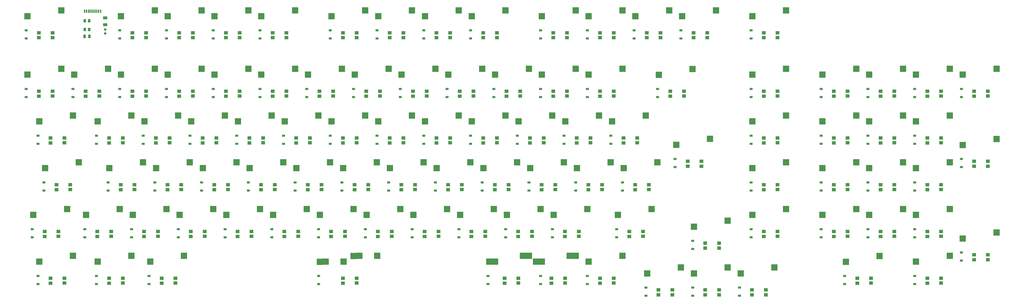
<source format=gbr>
%TF.GenerationSoftware,KiCad,Pcbnew,(6.0.4)*%
%TF.CreationDate,2022-04-19T22:35:02+02:00*%
%TF.ProjectId,pcb,7063622e-6b69-4636-9164-5f7063625858,rev?*%
%TF.SameCoordinates,Original*%
%TF.FileFunction,Paste,Bot*%
%TF.FilePolarity,Positive*%
%FSLAX46Y46*%
G04 Gerber Fmt 4.6, Leading zero omitted, Abs format (unit mm)*
G04 Created by KiCad (PCBNEW (6.0.4)) date 2022-04-19 22:35:02*
%MOMM*%
%LPD*%
G01*
G04 APERTURE LIST*
G04 Aperture macros list*
%AMRoundRect*
0 Rectangle with rounded corners*
0 $1 Rounding radius*
0 $2 $3 $4 $5 $6 $7 $8 $9 X,Y pos of 4 corners*
0 Add a 4 corners polygon primitive as box body*
4,1,4,$2,$3,$4,$5,$6,$7,$8,$9,$2,$3,0*
0 Add four circle primitives for the rounded corners*
1,1,$1+$1,$2,$3*
1,1,$1+$1,$4,$5*
1,1,$1+$1,$6,$7*
1,1,$1+$1,$8,$9*
0 Add four rect primitives between the rounded corners*
20,1,$1+$1,$2,$3,$4,$5,0*
20,1,$1+$1,$4,$5,$6,$7,0*
20,1,$1+$1,$6,$7,$8,$9,0*
20,1,$1+$1,$8,$9,$2,$3,0*%
G04 Aperture macros list end*
%ADD10R,2.550000X2.500000*%
%ADD11R,1.600000X1.400000*%
%ADD12R,1.600000X1.420000*%
%ADD13R,1.600000X1.380000*%
%ADD14R,1.200000X0.900000*%
%ADD15RoundRect,0.250000X0.625000X-0.375000X0.625000X0.375000X-0.625000X0.375000X-0.625000X-0.375000X0*%
%ADD16RoundRect,0.250000X-0.262500X-0.450000X0.262500X-0.450000X0.262500X0.450000X-0.262500X0.450000X0*%
%ADD17RoundRect,0.250000X0.250000X0.475000X-0.250000X0.475000X-0.250000X-0.475000X0.250000X-0.475000X0*%
%ADD18R,0.600000X1.450000*%
%ADD19R,0.300000X1.450000*%
%ADD20RoundRect,0.170000X0.330000X-0.255000X0.330000X0.255000X-0.330000X0.255000X-0.330000X-0.255000X0*%
G04 APERTURE END LIST*
D10*
%TO.C,MX20*%
X173771250Y-212407500D03*
X160041250Y-214827500D03*
%TD*%
D11*
%TO.C,D105*%
X105987500Y-261647500D03*
D12*
X105987500Y-259657500D03*
D11*
X100387500Y-259657500D03*
D13*
X100387500Y-261657500D03*
%TD*%
D11*
%TO.C,D173*%
X360781250Y-204497500D03*
D12*
X360781250Y-202507500D03*
D11*
X355181250Y-202507500D03*
D13*
X355181250Y-204507500D03*
%TD*%
D11*
%TO.C,D144*%
X265531250Y-180685000D03*
D12*
X265531250Y-178695000D03*
D11*
X259931250Y-178695000D03*
D13*
X259931250Y-180695000D03*
%TD*%
D10*
%TO.C,MX91*%
X449996250Y-231457500D03*
X436266250Y-233877500D03*
%TD*%
%TO.C,MX11*%
X135671250Y-269557500D03*
X121941250Y-271977500D03*
%TD*%
%TO.C,MX89*%
X449996250Y-193357500D03*
X436266250Y-195777500D03*
%TD*%
D11*
%TO.C,D138*%
X227431250Y-280697500D03*
D12*
X227431250Y-278707500D03*
D11*
X221831250Y-278707500D03*
D13*
X221831250Y-280707500D03*
%TD*%
D11*
%TO.C,D176*%
X375068750Y-266410000D03*
D12*
X375068750Y-264420000D03*
D11*
X369468750Y-264420000D03*
D13*
X369468750Y-266420000D03*
%TD*%
D10*
%TO.C,MX34*%
X221396250Y-193357500D03*
X207666250Y-195777500D03*
%TD*%
D11*
%TO.C,D155*%
X294106250Y-204497500D03*
D12*
X294106250Y-202507500D03*
D11*
X288506250Y-202507500D03*
D13*
X288506250Y-204507500D03*
%TD*%
D11*
%TO.C,D158*%
X298868750Y-261647500D03*
D12*
X298868750Y-259657500D03*
D11*
X293268750Y-259657500D03*
D13*
X293268750Y-261657500D03*
%TD*%
D10*
%TO.C,MX46*%
X269021250Y-212407500D03*
X255291250Y-214827500D03*
%TD*%
D11*
%TO.C,D150*%
X275056250Y-204497500D03*
D12*
X275056250Y-202507500D03*
D11*
X269456250Y-202507500D03*
D13*
X269456250Y-204507500D03*
%TD*%
D10*
%TO.C,MX37*%
X226158750Y-250507500D03*
X212428750Y-252927500D03*
%TD*%
D11*
%TO.C,D165*%
X312362500Y-280697500D03*
D12*
X312362500Y-278707500D03*
D11*
X306762500Y-278707500D03*
D13*
X306762500Y-280707500D03*
%TD*%
D11*
%TO.C,D151*%
X284581250Y-223547500D03*
D12*
X284581250Y-221557500D03*
D11*
X278981250Y-221557500D03*
D13*
X278981250Y-223557500D03*
%TD*%
D10*
%TO.C,MX104*%
X314265000Y-269557500D03*
X300535000Y-271977500D03*
%TD*%
%TO.C,MX70*%
X347602500Y-250507500D03*
X333872500Y-252927500D03*
%TD*%
D11*
%TO.C,D152*%
X289343750Y-242597500D03*
D12*
X289343750Y-240607500D03*
D11*
X283743750Y-240607500D03*
D13*
X283743750Y-242607500D03*
%TD*%
D11*
%TO.C,D116*%
X146468750Y-261647500D03*
D12*
X146468750Y-259657500D03*
D11*
X140868750Y-259657500D03*
D13*
X140868750Y-261657500D03*
%TD*%
D11*
%TO.C,D124*%
X179806250Y-204497500D03*
D12*
X179806250Y-202507500D03*
D11*
X174206250Y-202507500D03*
D13*
X174206250Y-204507500D03*
%TD*%
D11*
%TO.C,D139*%
X246481250Y-180685000D03*
D12*
X246481250Y-178695000D03*
D11*
X240881250Y-178695000D03*
D13*
X240881250Y-180695000D03*
%TD*%
D11*
%TO.C,D186*%
X427456250Y-242597500D03*
D12*
X427456250Y-240607500D03*
D11*
X421856250Y-240607500D03*
D13*
X421856250Y-242607500D03*
%TD*%
D11*
%TO.C,D200*%
X484606250Y-271172500D03*
D12*
X484606250Y-269182500D03*
D11*
X479006250Y-269182500D03*
D13*
X479006250Y-271182500D03*
%TD*%
D10*
%TO.C,MX18*%
X164246250Y-169545000D03*
X150516250Y-171965000D03*
%TD*%
D11*
%TO.C,D120*%
X170281250Y-223547500D03*
D12*
X170281250Y-221557500D03*
D11*
X164681250Y-221557500D03*
D13*
X164681250Y-223557500D03*
%TD*%
D11*
%TO.C,D196*%
X465556250Y-242597500D03*
D12*
X465556250Y-240607500D03*
D11*
X459956250Y-240607500D03*
D13*
X459956250Y-242607500D03*
%TD*%
D10*
%TO.C,MX55*%
X297596250Y-193357500D03*
X283866250Y-195777500D03*
%TD*%
%TO.C,MX13*%
X145196250Y-193357500D03*
X131466250Y-195777500D03*
%TD*%
D11*
%TO.C,D149*%
X284581250Y-180685000D03*
D12*
X284581250Y-178695000D03*
D11*
X278981250Y-178695000D03*
D13*
X278981250Y-180695000D03*
%TD*%
D10*
%TO.C,MX45*%
X259496250Y-193357500D03*
X245766250Y-195777500D03*
%TD*%
%TO.C,MX75*%
X359508750Y-274320000D03*
X345778750Y-276740000D03*
%TD*%
D11*
%TO.C,D131*%
X213143750Y-242597500D03*
D12*
X213143750Y-240607500D03*
D11*
X207543750Y-240607500D03*
D13*
X207543750Y-242607500D03*
%TD*%
D11*
%TO.C,D188*%
X436981250Y-280697500D03*
D12*
X436981250Y-278707500D03*
D11*
X431381250Y-278707500D03*
D13*
X431381250Y-280707500D03*
%TD*%
D10*
%TO.C,MX40*%
X240446250Y-193357500D03*
X226716250Y-195777500D03*
%TD*%
%TO.C,MX44*%
X269021250Y-169545000D03*
X255291250Y-171965000D03*
%TD*%
D11*
%TO.C,D164*%
X317918750Y-261647500D03*
D12*
X317918750Y-259657500D03*
D11*
X312318750Y-259657500D03*
D13*
X312318750Y-261657500D03*
%TD*%
D11*
%TO.C,D166*%
X351256250Y-180685000D03*
D12*
X351256250Y-178695000D03*
D11*
X345656250Y-178695000D03*
D13*
X345656250Y-180695000D03*
%TD*%
D10*
%TO.C,MX67*%
X335696250Y-193357500D03*
X321966250Y-195777500D03*
%TD*%
D11*
%TO.C,D192*%
X446506250Y-261647500D03*
D12*
X446506250Y-259657500D03*
D11*
X440906250Y-259657500D03*
D13*
X440906250Y-261657500D03*
%TD*%
D11*
%TO.C,D123*%
X179806250Y-180685000D03*
D12*
X179806250Y-178695000D03*
D11*
X174206250Y-178695000D03*
D13*
X174206250Y-180695000D03*
%TD*%
D11*
%TO.C,D171*%
X332206250Y-280697500D03*
D12*
X332206250Y-278707500D03*
D11*
X326606250Y-278707500D03*
D13*
X326606250Y-280707500D03*
%TD*%
D11*
%TO.C,D117*%
X153612500Y-280697500D03*
D12*
X153612500Y-278707500D03*
D11*
X148012500Y-278707500D03*
D13*
X148012500Y-280707500D03*
%TD*%
D10*
%TO.C,MX48*%
X264258750Y-250507500D03*
X250528750Y-252927500D03*
%TD*%
D11*
%TO.C,D108*%
X132181250Y-223547500D03*
D12*
X132181250Y-221557500D03*
D11*
X126581250Y-221557500D03*
D13*
X126581250Y-223557500D03*
%TD*%
D11*
%TO.C,D174*%
X367925000Y-233072500D03*
D12*
X367925000Y-231082500D03*
D11*
X362325000Y-231082500D03*
D13*
X362325000Y-233082500D03*
%TD*%
D10*
%TO.C,MX92*%
X449996250Y-250507500D03*
X436266250Y-252927500D03*
%TD*%
D11*
%TO.C,D157*%
X308393750Y-242597500D03*
D12*
X308393750Y-240607500D03*
D11*
X302793750Y-240607500D03*
D13*
X302793750Y-242607500D03*
%TD*%
D10*
%TO.C,MX68*%
X345221250Y-212407500D03*
X331491250Y-214827500D03*
%TD*%
%TO.C,MX81*%
X402371250Y-212407500D03*
X388641250Y-214827500D03*
%TD*%
%TO.C,MX98*%
X488096250Y-193357500D03*
X474366250Y-195777500D03*
%TD*%
%TO.C,MX21*%
X178533750Y-231457500D03*
X164803750Y-233877500D03*
%TD*%
D11*
%TO.C,D154*%
X313156250Y-180685000D03*
D12*
X313156250Y-178695000D03*
D11*
X307556250Y-178695000D03*
D13*
X307556250Y-180695000D03*
%TD*%
D10*
%TO.C,MX62*%
X326171250Y-212407500D03*
X312441250Y-214827500D03*
%TD*%
D11*
%TO.C,D121*%
X175043750Y-242597500D03*
D12*
X175043750Y-240607500D03*
D11*
X169443750Y-240607500D03*
D13*
X169443750Y-242607500D03*
%TD*%
D10*
%TO.C,MX31*%
X216633750Y-231457500D03*
X202903750Y-233877500D03*
%TD*%
D11*
%TO.C,D111*%
X132181250Y-280697500D03*
D12*
X132181250Y-278707500D03*
D11*
X126581250Y-278707500D03*
D13*
X126581250Y-280707500D03*
%TD*%
D11*
%TO.C,D132*%
X203618750Y-261647500D03*
D12*
X203618750Y-259657500D03*
D11*
X198018750Y-259657500D03*
D13*
X198018750Y-261657500D03*
%TD*%
D10*
%TO.C,MX69*%
X349983750Y-231457500D03*
X336253750Y-233877500D03*
%TD*%
D11*
%TO.C,D101*%
X103606250Y-180685000D03*
D12*
X103606250Y-178695000D03*
D11*
X98006250Y-178695000D03*
D13*
X98006250Y-180695000D03*
%TD*%
D10*
%TO.C,MX100*%
X488096250Y-260098639D03*
X474366250Y-262518639D03*
%TD*%
D11*
%TO.C,D167*%
X332206250Y-204497500D03*
D12*
X332206250Y-202507500D03*
D11*
X326606250Y-202507500D03*
D13*
X326606250Y-204507500D03*
%TD*%
D11*
%TO.C,D118*%
X160756250Y-180685000D03*
D12*
X160756250Y-178695000D03*
D11*
X155156250Y-178695000D03*
D13*
X155156250Y-180695000D03*
%TD*%
D10*
%TO.C,MX33*%
X230921250Y-169545000D03*
X217191250Y-171965000D03*
%TD*%
%TO.C,MX23*%
X183296250Y-169545000D03*
X169566250Y-171965000D03*
%TD*%
%TO.C,MX73*%
X364271250Y-193423639D03*
X350541250Y-195843639D03*
%TD*%
%TO.C,MX57*%
X311883750Y-231457500D03*
X298153750Y-233877500D03*
%TD*%
%TO.C,MX41*%
X249971250Y-212407500D03*
X236241250Y-214827500D03*
%TD*%
%TO.C,MX43*%
X245208750Y-250507500D03*
X231478750Y-252927500D03*
%TD*%
D11*
%TO.C,D183*%
X398881250Y-261647500D03*
D12*
X398881250Y-259657500D03*
D11*
X393281250Y-259657500D03*
D13*
X393281250Y-261657500D03*
%TD*%
D11*
%TO.C,D185*%
X427456250Y-223547500D03*
D12*
X427456250Y-221557500D03*
D11*
X421856250Y-221557500D03*
D13*
X421856250Y-223557500D03*
%TD*%
D11*
%TO.C,D194*%
X465556250Y-204497500D03*
D12*
X465556250Y-202507500D03*
D11*
X459956250Y-202507500D03*
D13*
X459956250Y-204507500D03*
%TD*%
D11*
%TO.C,D106*%
X108368750Y-280697500D03*
D12*
X108368750Y-278707500D03*
D11*
X102768750Y-278707500D03*
D13*
X102768750Y-280707500D03*
%TD*%
D11*
%TO.C,D112*%
X141706250Y-180685000D03*
D12*
X141706250Y-178695000D03*
D11*
X136106250Y-178695000D03*
D13*
X136106250Y-180695000D03*
%TD*%
D10*
%TO.C,MX74*%
X371415000Y-221932500D03*
X357685000Y-224352500D03*
%TD*%
%TO.C,MX76*%
X378558750Y-255270000D03*
X364828750Y-257690000D03*
%TD*%
%TO.C,MX96*%
X469046250Y-231457500D03*
X455316250Y-233877500D03*
%TD*%
%TO.C,MX9*%
X140433750Y-231457500D03*
X126703750Y-233877500D03*
%TD*%
%TO.C,MX27*%
X188058750Y-250507500D03*
X174328750Y-252927500D03*
%TD*%
%TO.C,MX22*%
X169008750Y-250507500D03*
X155278750Y-252927500D03*
%TD*%
%TO.C,MX60*%
X335696250Y-169545000D03*
X321966250Y-171965000D03*
%TD*%
D11*
%TO.C,D180*%
X398881250Y-204497500D03*
D12*
X398881250Y-202507500D03*
D11*
X393281250Y-202507500D03*
D13*
X393281250Y-204507500D03*
%TD*%
D11*
%TO.C,D170*%
X344112500Y-261647500D03*
D12*
X344112500Y-259657500D03*
D11*
X338512500Y-259657500D03*
D13*
X338512500Y-261657500D03*
%TD*%
D11*
%TO.C,D168*%
X341731250Y-223547500D03*
D12*
X341731250Y-221557500D03*
D11*
X336131250Y-221557500D03*
D13*
X336131250Y-223557500D03*
%TD*%
D10*
%TO.C,MX78*%
X397608750Y-274320000D03*
X383878750Y-276740000D03*
%TD*%
%TO.C,MX66*%
X354746250Y-169545000D03*
X341016250Y-171965000D03*
%TD*%
D11*
%TO.C,D172*%
X370306250Y-180685000D03*
D12*
X370306250Y-178695000D03*
D11*
X364706250Y-178695000D03*
D13*
X364706250Y-180695000D03*
%TD*%
D10*
%TO.C,MX97*%
X469046250Y-250507500D03*
X455316250Y-252927500D03*
%TD*%
%TO.C,MX71*%
X335696250Y-269557500D03*
X321966250Y-271977500D03*
%TD*%
D11*
%TO.C,D182*%
X398881250Y-242597500D03*
D12*
X398881250Y-240607500D03*
D11*
X393281250Y-240607500D03*
D13*
X393281250Y-242607500D03*
%TD*%
D10*
%TO.C,MX17*%
X157102500Y-269557500D03*
X143372500Y-271977500D03*
%TD*%
D11*
%TO.C,D136*%
X232193750Y-242597500D03*
D12*
X232193750Y-240607500D03*
D11*
X226593750Y-240607500D03*
D13*
X226593750Y-242607500D03*
%TD*%
D10*
%TO.C,MX28*%
X202346250Y-169545000D03*
X188616250Y-171965000D03*
%TD*%
%TO.C,MX102*%
X235827500Y-269557500D03*
X222097500Y-271977500D03*
%TD*%
%TO.C,MX77*%
X378558750Y-274320000D03*
X364828750Y-276740000D03*
%TD*%
%TO.C,MX95*%
X469046250Y-212407500D03*
X455316250Y-214827500D03*
%TD*%
D11*
%TO.C,D163*%
X327443750Y-242597500D03*
D12*
X327443750Y-240607500D03*
D11*
X321843750Y-240607500D03*
D13*
X321843750Y-242607500D03*
%TD*%
D11*
%TO.C,D145*%
X256006250Y-204497500D03*
D12*
X256006250Y-202507500D03*
D11*
X250406250Y-202507500D03*
D13*
X250406250Y-204507500D03*
%TD*%
D11*
%TO.C,D153*%
X279818750Y-261647500D03*
D12*
X279818750Y-259657500D03*
D11*
X274218750Y-259657500D03*
D13*
X274218750Y-261657500D03*
%TD*%
D11*
%TO.C,D146*%
X265531250Y-223547500D03*
D12*
X265531250Y-221557500D03*
D11*
X259931250Y-221557500D03*
D13*
X259931250Y-223557500D03*
%TD*%
D11*
%TO.C,D126*%
X194093750Y-242597500D03*
D12*
X194093750Y-240607500D03*
D11*
X188493750Y-240607500D03*
D13*
X188493750Y-242607500D03*
%TD*%
D11*
%TO.C,D179*%
X398881250Y-180685000D03*
D12*
X398881250Y-178695000D03*
D11*
X393281250Y-178695000D03*
D13*
X393281250Y-180695000D03*
%TD*%
D11*
%TO.C,D175*%
X356018750Y-285460000D03*
D12*
X356018750Y-283470000D03*
D11*
X350418750Y-283470000D03*
D13*
X350418750Y-285470000D03*
%TD*%
D10*
%TO.C,MX1*%
X107096250Y-169545000D03*
X93366250Y-171965000D03*
%TD*%
%TO.C,MX19*%
X164246250Y-193357500D03*
X150516250Y-195777500D03*
%TD*%
%TO.C,MX90*%
X449996250Y-212407500D03*
X436266250Y-214827500D03*
%TD*%
%TO.C,MX93*%
X469046250Y-269557500D03*
X455316250Y-271977500D03*
%TD*%
%TO.C,MX38*%
X226160315Y-269623639D03*
X212430315Y-272043639D03*
%TD*%
D11*
%TO.C,D193*%
X465556250Y-280697500D03*
D12*
X465556250Y-278707500D03*
D11*
X459956250Y-278707500D03*
D13*
X459956250Y-280707500D03*
%TD*%
D11*
%TO.C,D141*%
X246481250Y-223547500D03*
D12*
X246481250Y-221557500D03*
D11*
X240881250Y-221557500D03*
D13*
X240881250Y-223557500D03*
%TD*%
D10*
%TO.C,MX52*%
X292833750Y-231457500D03*
X279103750Y-233877500D03*
%TD*%
D11*
%TO.C,D140*%
X236956250Y-204497500D03*
D12*
X236956250Y-202507500D03*
D11*
X231356250Y-202507500D03*
D13*
X231356250Y-204507500D03*
%TD*%
D11*
%TO.C,D133*%
X227431250Y-180685000D03*
D12*
X227431250Y-178695000D03*
D11*
X221831250Y-178695000D03*
D13*
X221831250Y-180695000D03*
%TD*%
D10*
%TO.C,MX39*%
X249971250Y-169545000D03*
X236241250Y-171965000D03*
%TD*%
%TO.C,MX94*%
X469046250Y-193357500D03*
X455316250Y-195777500D03*
%TD*%
D11*
%TO.C,D110*%
X127418750Y-261647500D03*
D12*
X127418750Y-259657500D03*
D11*
X121818750Y-259657500D03*
D13*
X121818750Y-261657500D03*
%TD*%
D11*
%TO.C,D114*%
X151231250Y-223547500D03*
D12*
X151231250Y-221557500D03*
D11*
X145631250Y-221557500D03*
D13*
X145631250Y-223557500D03*
%TD*%
D10*
%TO.C,MX61*%
X316646250Y-193357500D03*
X302916250Y-195777500D03*
%TD*%
D11*
%TO.C,D148*%
X260768750Y-261647500D03*
D12*
X260768750Y-259657500D03*
D11*
X255168750Y-259657500D03*
D13*
X255168750Y-261657500D03*
%TD*%
D11*
%TO.C,D137*%
X222668750Y-261647500D03*
D12*
X222668750Y-259657500D03*
D11*
X217068750Y-259657500D03*
D13*
X217068750Y-261657500D03*
%TD*%
D10*
%TO.C,MX3*%
X111858750Y-212407500D03*
X98128750Y-214827500D03*
%TD*%
D11*
%TO.C,D178*%
X394118750Y-285460000D03*
D12*
X394118750Y-283470000D03*
D11*
X388518750Y-283470000D03*
D13*
X388518750Y-285470000D03*
%TD*%
D10*
%TO.C,MX14*%
X154721250Y-212407500D03*
X140991250Y-214827500D03*
%TD*%
D11*
%TO.C,D190*%
X446506250Y-223547500D03*
D12*
X446506250Y-221557500D03*
D11*
X440906250Y-221557500D03*
D13*
X440906250Y-223557500D03*
%TD*%
D11*
%TO.C,D109*%
X136943750Y-242597500D03*
D12*
X136943750Y-240607500D03*
D11*
X131343750Y-240607500D03*
D13*
X131343750Y-242607500D03*
%TD*%
D11*
%TO.C,D122*%
X165518750Y-261647500D03*
D12*
X165518750Y-259657500D03*
D11*
X159918750Y-259657500D03*
D13*
X159918750Y-261657500D03*
%TD*%
D10*
%TO.C,MX83*%
X402371250Y-250507500D03*
X388641250Y-252927500D03*
%TD*%
D11*
%TO.C,D107*%
X122656250Y-204497500D03*
D12*
X122656250Y-202507500D03*
D11*
X117056250Y-202507500D03*
D13*
X117056250Y-204507500D03*
%TD*%
D11*
%TO.C,D184*%
X427456250Y-204497500D03*
D12*
X427456250Y-202507500D03*
D11*
X421856250Y-202507500D03*
D13*
X421856250Y-204507500D03*
%TD*%
D11*
%TO.C,D102*%
X103606250Y-204497500D03*
D12*
X103606250Y-202507500D03*
D11*
X98006250Y-202507500D03*
D13*
X98006250Y-204507500D03*
%TD*%
D10*
%TO.C,MX58*%
X302358750Y-250507500D03*
X288628750Y-252927500D03*
%TD*%
%TO.C,MX50*%
X278546250Y-193357500D03*
X264816250Y-195777500D03*
%TD*%
%TO.C,MX72*%
X373796250Y-169545000D03*
X360066250Y-171965000D03*
%TD*%
D11*
%TO.C,D181*%
X398881250Y-223547500D03*
D12*
X398881250Y-221557500D03*
D11*
X393281250Y-221557500D03*
D13*
X393281250Y-223557500D03*
%TD*%
D11*
%TO.C,D125*%
X189331250Y-223547500D03*
D12*
X189331250Y-221557500D03*
D11*
X183731250Y-221557500D03*
D13*
X183731250Y-223557500D03*
%TD*%
D11*
%TO.C,D135*%
X227431250Y-223547500D03*
D12*
X227431250Y-221557500D03*
D11*
X221831250Y-221557500D03*
D13*
X221831250Y-223557500D03*
%TD*%
D10*
%TO.C,MX54*%
X316646250Y-169545000D03*
X302916250Y-171965000D03*
%TD*%
%TO.C,MX49*%
X288071250Y-169545000D03*
X274341250Y-171965000D03*
%TD*%
%TO.C,MX86*%
X430946250Y-231457500D03*
X417216250Y-233877500D03*
%TD*%
%TO.C,MX24*%
X183296250Y-193357500D03*
X169566250Y-195777500D03*
%TD*%
%TO.C,MX80*%
X402371250Y-193357500D03*
X388641250Y-195777500D03*
%TD*%
%TO.C,MX51*%
X288071250Y-212407500D03*
X274341250Y-214827500D03*
%TD*%
%TO.C,MX47*%
X273783750Y-231457500D03*
X260053750Y-233877500D03*
%TD*%
%TO.C,MX99*%
X488096250Y-221998639D03*
X474366250Y-224418639D03*
%TD*%
%TO.C,MX30*%
X211871250Y-212407500D03*
X198141250Y-214827500D03*
%TD*%
%TO.C,MX26*%
X197583750Y-231457500D03*
X183853750Y-233877500D03*
%TD*%
%TO.C,MX36*%
X235683750Y-231457500D03*
X221953750Y-233877500D03*
%TD*%
D11*
%TO.C,D161*%
X313156250Y-204497500D03*
D12*
X313156250Y-202507500D03*
D11*
X307556250Y-202507500D03*
D13*
X307556250Y-204507500D03*
%TD*%
D11*
%TO.C,D113*%
X141706250Y-204497500D03*
D12*
X141706250Y-202507500D03*
D11*
X136106250Y-202507500D03*
D13*
X136106250Y-204507500D03*
%TD*%
D11*
%TO.C,D127*%
X184568750Y-261647500D03*
D12*
X184568750Y-259657500D03*
D11*
X178968750Y-259657500D03*
D13*
X178968750Y-261657500D03*
%TD*%
D10*
%TO.C,MX35*%
X230921250Y-212407500D03*
X217191250Y-214827500D03*
%TD*%
D11*
%TO.C,D156*%
X303631250Y-223547500D03*
D12*
X303631250Y-221557500D03*
D11*
X298031250Y-221557500D03*
D13*
X298031250Y-223557500D03*
%TD*%
D11*
%TO.C,D103*%
X108368750Y-223547500D03*
D12*
X108368750Y-221557500D03*
D11*
X102768750Y-221557500D03*
D13*
X102768750Y-223557500D03*
%TD*%
D10*
%TO.C,MX88*%
X440471250Y-269623639D03*
X426741250Y-272043639D03*
%TD*%
%TO.C,MX29*%
X202346250Y-193357500D03*
X188616250Y-195777500D03*
%TD*%
%TO.C,MX53*%
X283308750Y-250507500D03*
X269578750Y-252927500D03*
%TD*%
%TO.C,MX6*%
X111858750Y-269557500D03*
X98128750Y-271977500D03*
%TD*%
%TO.C,MX79*%
X402371250Y-169545000D03*
X388641250Y-171965000D03*
%TD*%
%TO.C,MX56*%
X307121250Y-212407500D03*
X293391250Y-214827500D03*
%TD*%
D11*
%TO.C,D177*%
X375068750Y-285460000D03*
D12*
X375068750Y-283470000D03*
D11*
X369468750Y-283470000D03*
D13*
X369468750Y-285470000D03*
%TD*%
D10*
%TO.C,MX84*%
X430946250Y-193357500D03*
X417216250Y-195777500D03*
%TD*%
%TO.C,MX16*%
X149958750Y-250507500D03*
X136228750Y-252927500D03*
%TD*%
D11*
%TO.C,D119*%
X160756250Y-204497500D03*
D12*
X160756250Y-202507500D03*
D11*
X155156250Y-202507500D03*
D13*
X155156250Y-204507500D03*
%TD*%
D11*
%TO.C,D134*%
X217906250Y-204497500D03*
D12*
X217906250Y-202507500D03*
D11*
X212306250Y-202507500D03*
D13*
X212306250Y-204507500D03*
%TD*%
D10*
%TO.C,MX101*%
X228540000Y-269557500D03*
X214810000Y-271977500D03*
%TD*%
D11*
%TO.C,D147*%
X270293750Y-242597500D03*
D12*
X270293750Y-240607500D03*
D11*
X264693750Y-240607500D03*
D13*
X264693750Y-242607500D03*
%TD*%
D11*
%TO.C,D199*%
X484606250Y-233072500D03*
D12*
X484606250Y-231082500D03*
D11*
X479006250Y-231082500D03*
D13*
X479006250Y-233082500D03*
%TD*%
D11*
%TO.C,D128*%
X198856250Y-180685000D03*
D12*
X198856250Y-178695000D03*
D11*
X193256250Y-178695000D03*
D13*
X193256250Y-180695000D03*
%TD*%
D10*
%TO.C,MX42*%
X254733750Y-231457500D03*
X241003750Y-233877500D03*
%TD*%
%TO.C,MX59*%
X295215000Y-269557500D03*
X281485000Y-271977500D03*
%TD*%
D11*
%TO.C,D142*%
X251243750Y-242597500D03*
D12*
X251243750Y-240607500D03*
D11*
X245643750Y-240607500D03*
D13*
X245643750Y-242607500D03*
%TD*%
D11*
%TO.C,D191*%
X446506250Y-242597500D03*
D12*
X446506250Y-240607500D03*
D11*
X440906250Y-240607500D03*
D13*
X440906250Y-242607500D03*
%TD*%
D10*
%TO.C,MX85*%
X430946250Y-212407500D03*
X417216250Y-214827500D03*
%TD*%
%TO.C,MX12*%
X145196250Y-169545000D03*
X131466250Y-171965000D03*
%TD*%
%TO.C,MX103*%
X297596250Y-269557500D03*
X283866250Y-271977500D03*
%TD*%
D11*
%TO.C,D115*%
X155993750Y-242597500D03*
D12*
X155993750Y-240607500D03*
D11*
X150393750Y-240607500D03*
D13*
X150393750Y-242607500D03*
%TD*%
D10*
%TO.C,MX25*%
X192821250Y-212407500D03*
X179091250Y-214827500D03*
%TD*%
D11*
%TO.C,D187*%
X427456250Y-261647500D03*
D12*
X427456250Y-259657500D03*
D11*
X421856250Y-259657500D03*
D13*
X421856250Y-261657500D03*
%TD*%
D11*
%TO.C,D162*%
X322681250Y-223547500D03*
D12*
X322681250Y-221557500D03*
D11*
X317081250Y-221557500D03*
D13*
X317081250Y-223557500D03*
%TD*%
D10*
%TO.C,MX63*%
X330933750Y-231457500D03*
X317203750Y-233877500D03*
%TD*%
%TO.C,MX32*%
X207108750Y-250507500D03*
X193378750Y-252927500D03*
%TD*%
%TO.C,MX7*%
X126146250Y-193357500D03*
X112416250Y-195777500D03*
%TD*%
%TO.C,MX64*%
X321408750Y-250507500D03*
X307678750Y-252927500D03*
%TD*%
%TO.C,MX15*%
X159483750Y-231457500D03*
X145753750Y-233877500D03*
%TD*%
D11*
%TO.C,D189*%
X446506250Y-204497500D03*
D12*
X446506250Y-202507500D03*
D11*
X440906250Y-202507500D03*
D13*
X440906250Y-204507500D03*
%TD*%
D11*
%TO.C,D159*%
X293312500Y-280697500D03*
D12*
X293312500Y-278707500D03*
D11*
X287712500Y-278707500D03*
D13*
X287712500Y-280707500D03*
%TD*%
D10*
%TO.C,MX87*%
X430946250Y-250507500D03*
X417216250Y-252927500D03*
%TD*%
%TO.C,MX5*%
X109477500Y-250507500D03*
X95747500Y-252927500D03*
%TD*%
D11*
%TO.C,D130*%
X208381250Y-223547500D03*
D12*
X208381250Y-221557500D03*
D11*
X202781250Y-221557500D03*
D13*
X202781250Y-223557500D03*
%TD*%
D11*
%TO.C,D197*%
X465556250Y-261647500D03*
D12*
X465556250Y-259657500D03*
D11*
X459956250Y-259657500D03*
D13*
X459956250Y-261657500D03*
%TD*%
D11*
%TO.C,D143*%
X241718750Y-261647500D03*
D12*
X241718750Y-259657500D03*
D11*
X236118750Y-259657500D03*
D13*
X236118750Y-261657500D03*
%TD*%
D11*
%TO.C,D104*%
X110750000Y-242597500D03*
D12*
X110750000Y-240607500D03*
D11*
X105150000Y-240607500D03*
D13*
X105150000Y-242607500D03*
%TD*%
D10*
%TO.C,MX65*%
X316646250Y-269557500D03*
X302916250Y-271977500D03*
%TD*%
D11*
%TO.C,D195*%
X465556250Y-223547500D03*
D12*
X465556250Y-221557500D03*
D11*
X459956250Y-221557500D03*
D13*
X459956250Y-223557500D03*
%TD*%
D11*
%TO.C,D169*%
X346493750Y-242597500D03*
D12*
X346493750Y-240607500D03*
D11*
X340893750Y-240607500D03*
D13*
X340893750Y-242607500D03*
%TD*%
D11*
%TO.C,D160*%
X332206250Y-180685000D03*
D12*
X332206250Y-178695000D03*
D11*
X326606250Y-178695000D03*
D13*
X326606250Y-180695000D03*
%TD*%
D11*
%TO.C,D198*%
X484606250Y-204497500D03*
D12*
X484606250Y-202507500D03*
D11*
X479006250Y-202507500D03*
D13*
X479006250Y-204507500D03*
%TD*%
D10*
%TO.C,MX10*%
X130908750Y-250507500D03*
X117178750Y-252927500D03*
%TD*%
%TO.C,MX2*%
X107096250Y-193357500D03*
X93366250Y-195777500D03*
%TD*%
%TO.C,MX8*%
X135671250Y-212407500D03*
X121941250Y-214827500D03*
%TD*%
%TO.C,MX4*%
X114240000Y-231457500D03*
X100510000Y-233877500D03*
%TD*%
D11*
%TO.C,D129*%
X198856250Y-204497500D03*
D12*
X198856250Y-202507500D03*
D11*
X193256250Y-202507500D03*
D13*
X193256250Y-204507500D03*
%TD*%
D10*
%TO.C,MX82*%
X402371250Y-231457500D03*
X388641250Y-233877500D03*
%TD*%
D14*
%TO.C,D18*%
X150018750Y-181037500D03*
X150018750Y-177737500D03*
%TD*%
%TO.C,D86*%
X416718750Y-242950000D03*
X416718750Y-239650000D03*
%TD*%
D15*
%TO.C,F1*%
X125000000Y-175400000D03*
X125000000Y-172600000D03*
%TD*%
D14*
%TO.C,D73*%
X350043750Y-204850000D03*
X350043750Y-201550000D03*
%TD*%
%TO.C,D21*%
X164306250Y-242950000D03*
X164306250Y-239650000D03*
%TD*%
%TO.C,D25*%
X178593750Y-223900000D03*
X178593750Y-220600000D03*
%TD*%
D16*
%TO.C,R2*%
X116687500Y-177400000D03*
X118512500Y-177400000D03*
%TD*%
D14*
%TO.C,D27*%
X173831250Y-262000000D03*
X173831250Y-258700000D03*
%TD*%
%TO.C,D79*%
X388143750Y-181037500D03*
X388143750Y-177737500D03*
%TD*%
%TO.C,D45*%
X245268750Y-204850000D03*
X245268750Y-201550000D03*
%TD*%
%TO.C,D15*%
X145256250Y-242950000D03*
X145256250Y-239650000D03*
%TD*%
%TO.C,D16*%
X135731250Y-262000000D03*
X135731250Y-258700000D03*
%TD*%
%TO.C,D52*%
X278606250Y-242950000D03*
X278606250Y-239650000D03*
%TD*%
%TO.C,D40*%
X226218750Y-204850000D03*
X226218750Y-201550000D03*
%TD*%
%TO.C,D31*%
X202406250Y-242950000D03*
X202406250Y-239650000D03*
%TD*%
%TO.C,D98*%
X473868750Y-204850000D03*
X473868750Y-201550000D03*
%TD*%
%TO.C,D80*%
X388143750Y-204850000D03*
X388143750Y-201550000D03*
%TD*%
%TO.C,D26*%
X183356250Y-242950000D03*
X183356250Y-239650000D03*
%TD*%
%TO.C,D64*%
X307181250Y-262000000D03*
X307181250Y-258700000D03*
%TD*%
%TO.C,D34*%
X207168750Y-204850000D03*
X207168750Y-201550000D03*
%TD*%
%TO.C,D12*%
X130968750Y-181037500D03*
X130968750Y-177737500D03*
%TD*%
%TO.C,D41*%
X235743750Y-223900000D03*
X235743750Y-220600000D03*
%TD*%
%TO.C,D20*%
X159543750Y-223900000D03*
X159543750Y-220600000D03*
%TD*%
%TO.C,D72*%
X359568750Y-181037500D03*
X359568750Y-177737500D03*
%TD*%
%TO.C,D36*%
X221456250Y-242950000D03*
X221456250Y-239650000D03*
%TD*%
%TO.C,D81*%
X388143750Y-223900000D03*
X388143750Y-220600000D03*
%TD*%
%TO.C,D84*%
X416718750Y-204850000D03*
X416718750Y-201550000D03*
%TD*%
%TO.C,D89*%
X435768750Y-204850000D03*
X435768750Y-201550000D03*
%TD*%
%TO.C,D5*%
X95250000Y-262000000D03*
X95250000Y-258700000D03*
%TD*%
%TO.C,D51*%
X273843750Y-223900000D03*
X273843750Y-220600000D03*
%TD*%
%TO.C,D28*%
X188118750Y-181037500D03*
X188118750Y-177737500D03*
%TD*%
D17*
%TO.C,C1*%
X118550000Y-180200000D03*
X116650000Y-180200000D03*
%TD*%
D14*
%TO.C,D75*%
X345281250Y-285812500D03*
X345281250Y-282512500D03*
%TD*%
%TO.C,D62*%
X311943750Y-223900000D03*
X311943750Y-220600000D03*
%TD*%
%TO.C,D47*%
X259556250Y-242950000D03*
X259556250Y-239650000D03*
%TD*%
%TO.C,D9*%
X126206250Y-242950000D03*
X126206250Y-239650000D03*
%TD*%
%TO.C,D95*%
X454818750Y-223900000D03*
X454818750Y-220600000D03*
%TD*%
%TO.C,D76*%
X364331250Y-266762500D03*
X364331250Y-263462500D03*
%TD*%
%TO.C,D46*%
X254793750Y-223900000D03*
X254793750Y-220600000D03*
%TD*%
%TO.C,D83*%
X388143750Y-262000000D03*
X388143750Y-258700000D03*
%TD*%
%TO.C,D11*%
X121443750Y-281050000D03*
X121443750Y-277750000D03*
%TD*%
%TO.C,D24*%
X169068750Y-204850000D03*
X169068750Y-201550000D03*
%TD*%
%TO.C,D53*%
X269081250Y-262000000D03*
X269081250Y-258700000D03*
%TD*%
D18*
%TO.C,J1*%
X116606250Y-169938750D03*
X117406250Y-169938750D03*
D19*
X118606250Y-169938750D03*
X119606250Y-169938750D03*
X120106250Y-169938750D03*
X121106250Y-169938750D03*
D18*
X122306250Y-169938750D03*
X123106250Y-169938750D03*
X123106250Y-169938750D03*
X122306250Y-169938750D03*
D19*
X121606250Y-169938750D03*
X120606250Y-169938750D03*
X119106250Y-169938750D03*
X118106250Y-169938750D03*
D18*
X117406250Y-169938750D03*
X116606250Y-169938750D03*
%TD*%
D14*
%TO.C,D43*%
X230981250Y-262000000D03*
X230981250Y-258700000D03*
%TD*%
%TO.C,D44*%
X254793750Y-181037500D03*
X254793750Y-177737500D03*
%TD*%
%TO.C,D65*%
X302418750Y-281050000D03*
X302418750Y-277750000D03*
%TD*%
%TO.C,D55*%
X283368750Y-204850000D03*
X283368750Y-201550000D03*
%TD*%
%TO.C,D37*%
X211931250Y-262000000D03*
X211931250Y-258700000D03*
%TD*%
%TO.C,D42*%
X240506250Y-242950000D03*
X240506250Y-239650000D03*
%TD*%
%TO.C,D6*%
X97631250Y-281050000D03*
X97631250Y-277750000D03*
%TD*%
%TO.C,D97*%
X454818750Y-262000000D03*
X454818750Y-258700000D03*
%TD*%
%TO.C,D100*%
X473868750Y-271525000D03*
X473868750Y-268225000D03*
%TD*%
%TO.C,D30*%
X197643750Y-223900000D03*
X197643750Y-220600000D03*
%TD*%
%TO.C,D19*%
X150018750Y-204850000D03*
X150018750Y-201550000D03*
%TD*%
%TO.C,D35*%
X216693750Y-223900000D03*
X216693750Y-220600000D03*
%TD*%
%TO.C,D22*%
X154781250Y-262000000D03*
X154781250Y-258700000D03*
%TD*%
%TO.C,D49*%
X273843750Y-181037500D03*
X273843750Y-177737500D03*
%TD*%
%TO.C,D10*%
X116681250Y-262000000D03*
X116681250Y-258700000D03*
%TD*%
D16*
%TO.C,R1*%
X116687500Y-173800000D03*
X118512500Y-173800000D03*
%TD*%
D14*
%TO.C,D4*%
X100012500Y-242950000D03*
X100012500Y-239650000D03*
%TD*%
%TO.C,D33*%
X216693750Y-181037500D03*
X216693750Y-177737500D03*
%TD*%
%TO.C,D90*%
X435768750Y-223900000D03*
X435768750Y-220600000D03*
%TD*%
%TO.C,D87*%
X416718750Y-262000000D03*
X416718750Y-258700000D03*
%TD*%
%TO.C,D63*%
X316706250Y-242950000D03*
X316706250Y-239650000D03*
%TD*%
D20*
%TO.C,FB1*%
X125000000Y-179000000D03*
X125000000Y-177400000D03*
%TD*%
D14*
%TO.C,D14*%
X140493750Y-223900000D03*
X140493750Y-220600000D03*
%TD*%
%TO.C,D66*%
X340518750Y-181037500D03*
X340518750Y-177737500D03*
%TD*%
%TO.C,D60*%
X321468750Y-181037500D03*
X321468750Y-177737500D03*
%TD*%
%TO.C,D77*%
X364331250Y-285812500D03*
X364331250Y-282512500D03*
%TD*%
%TO.C,D70*%
X333375000Y-262000000D03*
X333375000Y-258700000D03*
%TD*%
%TO.C,D38*%
X211931250Y-281050000D03*
X211931250Y-277750000D03*
%TD*%
%TO.C,D13*%
X130968750Y-204850000D03*
X130968750Y-201550000D03*
%TD*%
%TO.C,D32*%
X192881250Y-262000000D03*
X192881250Y-258700000D03*
%TD*%
%TO.C,D29*%
X188118750Y-204850000D03*
X188118750Y-201550000D03*
%TD*%
%TO.C,D78*%
X383381250Y-285812500D03*
X383381250Y-282512500D03*
%TD*%
%TO.C,D82*%
X388143750Y-242950000D03*
X388143750Y-239650000D03*
%TD*%
%TO.C,D58*%
X288131250Y-262000000D03*
X288131250Y-258700000D03*
%TD*%
%TO.C,D88*%
X426243750Y-281050000D03*
X426243750Y-277750000D03*
%TD*%
%TO.C,D99*%
X473868750Y-233425000D03*
X473868750Y-230125000D03*
%TD*%
%TO.C,D71*%
X321468750Y-281050000D03*
X321468750Y-277750000D03*
%TD*%
%TO.C,D67*%
X321468750Y-204850000D03*
X321468750Y-201550000D03*
%TD*%
%TO.C,D68*%
X330993750Y-223900000D03*
X330993750Y-220600000D03*
%TD*%
%TO.C,D50*%
X264318750Y-204850000D03*
X264318750Y-201550000D03*
%TD*%
%TO.C,D91*%
X435768750Y-242950000D03*
X435768750Y-239650000D03*
%TD*%
%TO.C,D2*%
X92868750Y-204850000D03*
X92868750Y-201550000D03*
%TD*%
%TO.C,D59*%
X280987500Y-281050000D03*
X280987500Y-277750000D03*
%TD*%
%TO.C,D69*%
X335756250Y-242950000D03*
X335756250Y-239650000D03*
%TD*%
%TO.C,D57*%
X297656250Y-242950000D03*
X297656250Y-239650000D03*
%TD*%
%TO.C,D93*%
X454818750Y-281050000D03*
X454818750Y-277750000D03*
%TD*%
%TO.C,D74*%
X357187500Y-233425000D03*
X357187500Y-230125000D03*
%TD*%
%TO.C,D7*%
X111918750Y-204850000D03*
X111918750Y-201550000D03*
%TD*%
%TO.C,D39*%
X235743750Y-181037500D03*
X235743750Y-177737500D03*
%TD*%
%TO.C,D23*%
X169068750Y-181037500D03*
X169068750Y-177737500D03*
%TD*%
%TO.C,D1*%
X92868750Y-181037500D03*
X92868750Y-177737500D03*
%TD*%
%TO.C,D92*%
X435768750Y-262000000D03*
X435768750Y-258700000D03*
%TD*%
%TO.C,D61*%
X302418750Y-204850000D03*
X302418750Y-201550000D03*
%TD*%
%TO.C,D94*%
X454818750Y-204850000D03*
X454818750Y-201550000D03*
%TD*%
%TO.C,D54*%
X302418750Y-181037500D03*
X302418750Y-177737500D03*
%TD*%
%TO.C,D8*%
X121443750Y-223900000D03*
X121443750Y-220600000D03*
%TD*%
%TO.C,D85*%
X416718750Y-223900000D03*
X416718750Y-220600000D03*
%TD*%
%TO.C,D48*%
X250031250Y-262000000D03*
X250031250Y-258700000D03*
%TD*%
%TO.C,D17*%
X142875000Y-281050000D03*
X142875000Y-277750000D03*
%TD*%
%TO.C,D56*%
X292893750Y-223900000D03*
X292893750Y-220600000D03*
%TD*%
%TO.C,D3*%
X97631250Y-223900000D03*
X97631250Y-220600000D03*
%TD*%
%TO.C,D96*%
X454818750Y-242950000D03*
X454818750Y-239650000D03*
%TD*%
M02*

</source>
